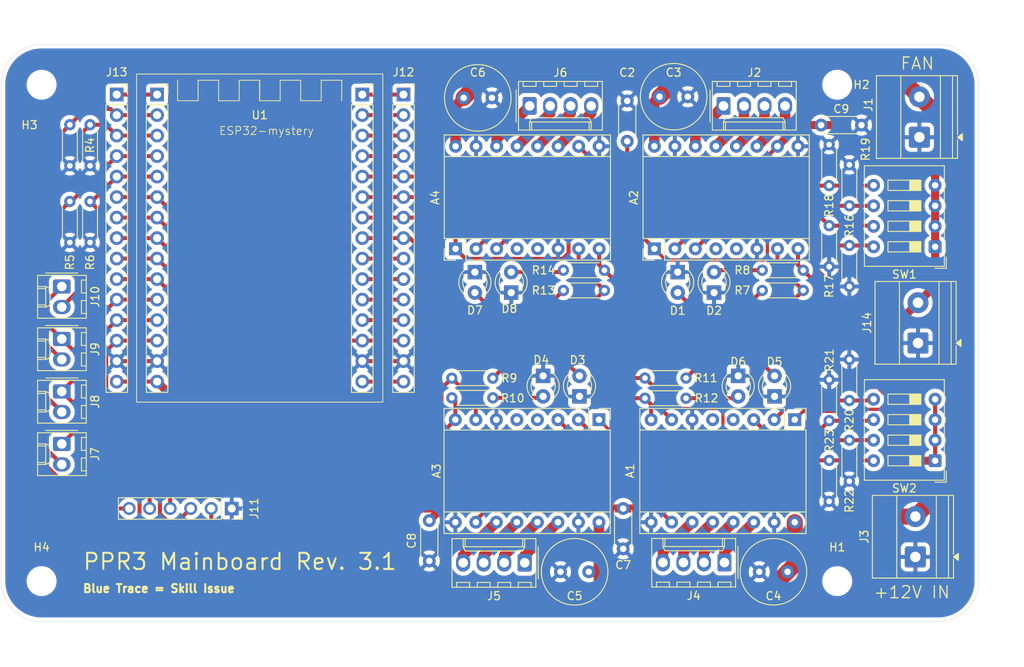
<source format=kicad_pcb>
(kicad_pcb (version 20241229) (generator "pcbnew") (generator_version "9.0")
  (layers (0 "F.Cu" signal) (2 "B.Cu" signal) (13 "F.Paste" user) (15 "B.Paste" user) (5 "F.SilkS" user "F.Silkscreen") (7 "B.SilkS" user "B.Silkscreen") (1 "F.Mask" user) (3 "B.Mask" user) (25 "Edge.Cuts" user))
  (net 0 "")
  (net 1 "GND")
  (net 2 "+12V")
  (net 3 "ENABLE_N")
  (net 4 "+3.3V")
  (net 5 "MY0_STEP")
  (net 6 "Net-(A1-MS1)")
  (net 7 "Net-(A1-1A)")
  (net 8 "MY0_DIR")
  (net 11 "Net-(D1-A)")
  (net 12 "Net-(D2-A)")
  (net 13 "Net-(J10-Pin_2)")
  (net 14 "Net-(A1-1B)")
  (net 15 "Net-(A1-2A)")
  (net 16 "Net-(A1-2B)")
  (net 17 "MY1_DIR")
  (net 19 "Net-(A2-2B)")
  (net 20 "Net-(A2-1A)")
  (net 21 "Net-(A2-MS1)")
  (net 22 "MY1_STEP")
  (net 24 "Net-(A2-2A)")
  (net 25 "Net-(A2-1B)")
  (net 26 "Net-(A2-MS2)")
  (net 27 "Net-(A3-1A)")
  (net 28 "Net-(A3-2A)")
  (net 30 "MX_DIR")
  (net 31 "Net-(A3-1B)")
  (net 32 "MX_STEP")
  (net 34 "Net-(A3-2B)")
  (net 36 "Net-(A4-MS2)")
  (net 37 "Net-(A4-1A)")
  (net 38 "MZ_STEP")
  (net 39 "Net-(A4-MS1)")
  (net 40 "Net-(A4-2A)")
  (net 41 "Net-(A4-1B)")
  (net 42 "Net-(A4-2B)")
  (net 44 "MZ_DIR")
  (net 45 "Net-(D3-A)")
  (net 46 "Net-(D4-A)")
  (net 47 "Net-(D5-A)")
  (net 48 "Net-(D6-A)")
  (net 49 "Net-(D7-A)")
  (net 50 "Net-(D8-A)")
  (net 51 "Net-(J13-Pin_2)")
  (net 52 "Net-(J13-Pin_4)")
  (net 53 "Net-(J13-Pin_3)")
  (net 54 "Net-(J12-Pin_1)")
  (net 55 "Net-(J12-Pin_12)")
  (net 56 "SD_CS")
  (net 57 "Net-(J12-Pin_10)")
  (net 58 "Net-(J12-Pin_11)")
  (net 59 "SD_MOSI")
  (net 60 "Net-(J12-Pin_3)")
  (net 61 "Net-(J12-Pin_4)")
  (net 62 "Net-(J12-Pin_2)")
  (net 63 "Net-(J12-Pin_15)")
  (net 64 "Net-(J12-Pin_9)")
  (net 65 "Net-(J13-Pin_1)")
  (net 66 "SD_MISO")
  (net 67 "SD_CLK")
  (net 68 "Net-(A1-MS2)")
  (net 69 "Net-(A3-MS1)")
  (net 70 "Net-(A3-MS2)")
  (footprint "MountingHole:MountingHole_3.2mm_M3" (layer "F.Cu") (at 108 106.5)
    (property "Reference" "H4")
    (property "Value" "MountingHole")
  )
  (footprint "LED_THT:LED_D3.0mm" (layer "F.Cu") (at 161.64 68.215 -90)
    (property "Reference" "D7")
    (property "Value" "LED")
  )
  (footprint "Resistor_THT:R_Axial_DIN0204_L3.6mm_D1.6mm_P5.08mm_Horizontal" (layer "F.Cu") (at 205.5 52.42 -90)
    (property "Reference" "R18")
    (property "Value" "R22k")
  )
  (footprint "Resistor_THT:R_Axial_DIN0204_L3.6mm_D1.6mm_P5.08mm_Horizontal" (layer "F.Cu") (at 208 84.12 90)
    (property "Reference" "R20")
    (property "Value" "R22k")
  )
  (footprint "Resistor_THT:R_Axial_DIN0204_L3.6mm_D1.6mm_P5.08mm_Horizontal" (layer "F.Cu") (at 208 64.92 -90)
    (property "Reference" "R16")
    (property "Value" "R22k")
  )
  (footprint "plotter:BTT TMC 2225 Footprint" (layer "F.Cu") (at 201.24 86.5 -90)
    (property "Reference" "A1")
    (property "Value" "BTT TMC22225")
  )
  (footprint "LED_THT:LED_D3.0mm" (layer "F.Cu") (at 194.24 81.07 -90)
    (property "Reference" "D6")
    (property "Value" "LED")
  )
  (footprint "Resistor_THT:R_Axial_DIN0204_L3.6mm_D1.6mm_P5.08mm_Horizontal" (layer "F.Cu") (at 163.868664 83.793616 180)
    (property "Reference" "R10")
    (property "Value" "150")
  )
  (footprint "LED_THT:LED_D3.0mm" (layer "F.Cu") (at 191.25 70.755 90)
    (property "Reference" "D2")
    (property "Value" "LED")
  )
  (footprint "Resistor_THT:R_Axial_DIN0204_L3.6mm_D1.6mm_P5.08mm_Horizontal" (layer "F.Cu") (at 205.5 62.46 -90)
    (property "Reference" "R17")
    (property "Value" "R22k")
  )
  (footprint "Resistor_THT:R_Axial_DIN0204_L3.6mm_D1.6mm_P5.08mm_Horizontal" (layer "F.Cu") (at 197.21 67.985)
    (property "Reference" "R8")
    (property "Value" "150")
  )
  (footprint "Button_Switch_THT:SW_DIP_SPSTx04_Slide_9.78x12.34mm_W7.62mm_P2.54mm" (layer "F.Cu") (at 218.62 65.08 180)
    (property "Reference" "SW1")
    (property "Value" "SW_DIP_x04")
  )
  (footprint "Resistor_THT:R_Axial_DIN0204_L3.6mm_D1.6mm_P5.08mm_Horizontal" (layer "F.Cu") (at 172.6 67.985)
    (property "Reference" "R14")
    (property "Value" "150")
  )
  (footprint "LED_THT:LED_D3.0mm" (layer "F.Cu") (at 186.75 68.215 -90)
    (property "Reference" "D1")
    (property "Value" "LED")
  )
  (footprint "TerminalBlock_Phoenix:TerminalBlock_Phoenix_MKDS-1,5-2_1x02_P5.00mm_Horizontal" (layer "F.Cu") (at 216.1725 103.5 90)
    (property "Reference" "J3")
    (property "Value" "Fan Screw Terminal")
  )
  (footprint "Connector_Molex:Molex_KK-254_AE-6410-02A_1x02_P2.54mm_Vertical" (layer "F.Cu") (at 110.5 83 -90)
    (property "Reference" "J8")
    (property "Value" "Molex_01x02_Socket")
  )
  (footprint "LED_THT:LED_D3.0mm" (layer "F.Cu") (at 198.74 83.61 90)
    (property "Reference" "D5")
    (property "Value" "LED")
  )
  (footprint "Connector_PinSocket_2.54mm:PinSocket_1x15_P2.54mm_Vertical" (layer "F.Cu") (at 117.3 46.22)
    (property "Reference" "J13")
    (property "Value" "Conn_01x15_Socket")
  )
  (footprint "Capacitor_THT:C_Disc_D4.3mm_W1.9mm_P5.00mm" (layer "F.Cu") (at 156 104 90)
    (property "Reference" "C8")
    (property "Value" "C_Small")
  )
  (footprint "Connector_Molex:Molex_KK-254_AE-6410-02A_1x02_P2.54mm_Vertical" (layer "F.Cu") (at 110.5 76.5 -90)
    (property "Reference" "J9")
    (property "Value" "Molex_01x02_Socket")
  )
  (footprint "LED_THT:LED_D3.0mm" (layer "F.Cu") (at 174.59 83.61 90)
    (property "Reference" "D3")
    (property "Value" "LED")
  )
  (footprint "Resistor_THT:R_Axial_DIN0204_L3.6mm_D1.6mm_P5.08mm_Horizontal" (layer "F.Cu") (at 172.6 70.485)
    (property "Reference" "R13")
    (property "Value" "150")
  )
  (footprint "LED_THT:LED_D3.0mm" (layer "F.Cu") (at 166.14 70.755 90)
    (property "Reference" "D8")
    (property "Value" "LED")
  )
  (footprint "Capacitor_THT:C_Radial_D8.0mm_H11.5mm_P3.50mm" (layer "F.Cu") (at 200.35 105.34 180)
    (property "Reference" "C4")
    (property "Value" "100uF")
  )
  (footprint "Capacitor_THT:C_Radial_D8.0mm_H11.5mm_P3.50mm" (layer "F.Cu") (at 160.25 46.625)
    (property "Reference" "C6")
    (property "Value" "100uF")
  )
  (footprint "Capacitor_THT:C_Disc_D4.3mm_W1.9mm_P5.00mm" (layer "F.Cu") (at 180.5 47 -90)
    (property "Reference" "C2")
    (property "Value" "C_Small")
  )
  (footprint "LED_THT:LED_D3.0mm" (layer "F.Cu") (at 170.09 81.07 -90)
    (property "Reference" "D4")
    (property "Value" "LED")
  )
  (footprint "Resistor_THT:R_Axial_DIN0204_L3.6mm_D1.6mm_P5.08mm_Horizontal" (layer "F.Cu") (at 187.78 83.84 180)
    (property "Reference" "R12")
    (property "Value" "150")
  )
  (footprint "Connector_Molex:Molex_KK-254_AE-6410-04A_1x04_P2.54mm_Vertical" (layer "F.Cu") (at 167.81 104.227001 180)
    (property "Reference" "J5")
    (property "Value" "Molex_01x04_Header")
  )
  (footprint "Connector_Molex:Molex_KK-254_AE-6410-02A_1x02_P2.54mm_Vertical" (layer "F.Cu") (at 110.5 70 -90)
    (property "Reference" "J10")
    (property "Value" "Molex_01x02_Socket")
  )
  (footprint "plotter:BTT TMC 2225 Footprint" (layer "F.Cu") (at 159.25 65.325 90)
    (property "Reference" "A4")
    (property "Value" "BTT TMC22225")
  )
  (footprint "Button_Switch_THT:SW_DIP_SPSTx04_Slide_9.78x12.34mm_W7.62mm_P2.54mm" (layer "F.Cu") (at 218.62 91.58 180)
    (property "Reference" "SW2")
    (property "Value" "SW_DIP_x04")
  )
  (footprint "Resistor_THT:R_Axial_DIN0204_L3.6mm_D1.6mm_P5.08mm_Horizontal" (layer "F.Cu") (at 187.78 81.34 180)
    (property "Reference" "R11")
    (property "Value" "150")
  )
  (footprint "plotter:esp32-mystery-footprint" (layer "F.Cu") (at 135 46.22)
    (property "Reference" "U1")
    (property "Value" "~" (hide yes))
  )
  (footprint "Connector_Molex:Molex_KK-254_AE-6410-04A_1x04_P2.54mm_Vertical" (layer "F.Cu") (at 168.42 47.625)
    (property "Reference" "J6")
    (property "Value" "Molex_01x04_Header")
  )
  (footprint "Connector_Molex:Molex_KK-254_AE-6410-02A_1x02_P2.54mm_Vertical" (layer "F.Cu") (at 110.5 89.5 -90)
    (property "Reference" "J7")
    (property "Value" "Molex_01x02_Socket")
  )
  (footprint "Capacitor_THT:C_Disc_D4.3mm_W1.9mm_P5.00mm" (layer "F.Cu") (at 209.5 50 180)
    (property "Reference" "C9")
    (property "Value" "C_Small")
  )
  (footprint "plotter:BTT TMC 2225 Footprint" (layer "F.Cu") (at 183.86 65.325 90)
    (property "Reference" "A2")
    (property "Value" "BTT TMC22225")
  )
  (footprint "Connector_PinSocket_2.54mm:PinSocket_1x15_P2.54mm_Vertical" (layer "F.Cu") (at 152.8 46.22)
    (property "Reference" "J12")
    (property "Value" "Conn_01x15_Socket")
  )
  (footprint "Resistor_THT:R_Axial_DIN0204_L3.6mm_D1.6mm_P5.08mm_Horizontal" (layer "F.Cu") (at 208 54.92 -90)
    (property "Reference" "R19")
    (property "Value" "R22k")
  )
  (footprint "Resistor_THT:R_Axial_DIN0204_L3.6mm_D1.6mm_P5.08mm_Horizontal" (layer "F.Cu") (at 111.5 55.04 90)
    (property "Reference" "R3" (hide yes))
    (property "Value" "R22k")
  )
  (footprint "Resistor_THT:R_Axial_DIN0204_L3.6mm_D1.6mm_P5.08mm_Horizontal" (layer "F.Cu") (at 205.5 86.62 90)
    (property "Reference" "R21")
    (property "Value" "R22k")
  )
  (footprint "Connector_Molex:Molex_KK-254_AE-6410-04A_1x04_P2.54mm_Vertical" (layer "F.Cu") (at 192.54 104.2 180)
    (property "Reference" "J4")
    (property "Value" "Molex_01x04_Header")
  )
  (footprint "Resistor_THT:R_Axial_DIN0204_L3.6mm_D1.6mm_P5.08mm_Horizontal" (layer "F.Cu") (at 163.865164 81.354252 180)
    (property "Reference" "R9")
    (property "Value" "150")
  )
  (footprint "MountingHole:MountingHole_3.2mm_M3" (layer "F.Cu") (at 206.5 45)
    (property "Reference" "H2")
    (property "Value" "MountingHole")
  )
  (footprint "Resistor_THT:R_Axial_DIN0204_L3.6mm_D1.6mm_P5.08mm_Horizontal" (layer "F.Cu") (at 197.21 70.485)
    (property "Reference" "R7")
    (property "Value" "150")
  )
  (footprint "Connector_PinSocket_2.54mm:PinSocket_1x06_P2.54mm_Vertical" (layer "F.Cu") (at 131.54 97.5 -90)
    (property "Reference" "J11")
    (property "Value" "Conn_01x06_Socket")
  )
  (footprint "MountingHole:MountingHole_3.2mm_M3" (layer "F.Cu") (at 108 45)
    (property "Reference" "H3")
    (property "Value" "MountingHole")
  )
  (footprint "Connector_Molex:Molex_KK-254_AE-6410-04A_1x04_P2.54mm_Vertical" (layer "F.Cu") (at 192.42 47.625)
    (property "Reference" "J2")
    (property "Value" "Molex_01x04_Header")
  )
  (footprint "Resistor_THT:R_Axial_DIN0204_L3.6mm_D1.6mm_P5.08mm_Horizontal" (layer "F.Cu") (at 205.5 96.62 90)
    (property "Reference" "R23")
    (property "Value" "R22k")
  )
  (footprint "Capacitor_THT:C_Radial_D8.0mm_H11.5mm_P3.50mm" (layer "F.Cu") (at 184.5 46.485)
    (property "Reference" "C3")
    (property "Value" "100uF")
  )
  (footprint "Resistor_THT:R_Axial_DIN0204_L3.6mm_D1.6mm_P5.08mm_Horizontal" (layer "F.Cu") (at 114 55.04 90)
    (property "Reference" "R4")
    (property "Value" "R22k")
  )
  (footprint "Resistor_THT:R_Axial_DIN0204_L3.6mm_D1.6mm_P5.08mm_Horizontal" (layer "F.Cu") (at 111.5 64.54 90)
    (property "Reference" "R5")
    (property "Value" "R22k")
  )
  (footprint "Resistor_THT:R_Axial_DIN0204_L3.6mm_D1.6mm_P5.08mm_Horizontal" (layer "F.Cu") (at 208 94.12 90)
    (property "Reference" "R22")
    (property "Value" "R22k")
  )
  (footprint "Capacitor_THT:C_Radial_D8.0mm_H11.5mm_P3.50mm" (layer "F.Cu") (at 175.74 105.34 180)
    (property "Reference" "C5")
    (property "Value" "100uF")
  )
  (footprint "Capacitor_THT:C_Disc_D4.3mm_W1.9mm_P5.00mm" (layer "F.Cu") (at 180 102.5 90)
    (property "Reference" "C7")
    (property "Value" "C_Small")
  )
  (footprint "TerminalBlock_Phoenix:TerminalBlock_Phoenix_MKDS-1,5-2_1x02_P5.00mm_Horizontal" (layer "F.Cu") (at 216.5 77 90)
    (property "Reference" "J14")
    (property "Value" "+3.3V Power Input")
  )
  (footprint "MountingHole:MountingHole_3.2mm_M3" (layer "F.Cu") (at 206.5 106.5)
    (property "Reference" "H1")
    (property "Value" "MountingHole")
  )
  (footprint "plotter:BTT TMC 2225 Footprint" (layer "F.Cu") (at 177 86.5 -90)
    (property "Reference" "A3")
    (property "Value" "BTT TMC22225")
  )
  (footprint "TerminalBlock_Phoenix:TerminalBlock_Phoenix_MKDS-1,5-2_1x02_P5.00mm_Horizontal" (layer "F.Cu") (at 216.6725 51.5 90)
    (property "Reference" "J1")
    (property "Value" "12V Power Input")
  )
  (footprint "Resistor_THT:R_Axial_DIN0204_L3.6mm_D1.6mm_P5.08mm_Horizontal" (layer "F.Cu") (at 114 64.54 90)
    (property "Reference" "R6")
    (property "Value" "R22k")
  )
  (gr_line (start 219 111.5) (end 108 111.5) (stroke (width 0.05)) (layer "Edge.Cuts"))
  (gr_arc (start 103 45) (mid 104.464466 41.464466) (end 108 40) (stroke (width 0.05)) (layer "Edge.Cuts"))
  (gr_line (start 224 45) (end 224 106.5) (stroke (width 0.05)) (layer "Edge.Cuts"))
  (gr_line (start 108 40) (end 219 40) (stroke (width 0.05)) (layer "Edge.Cuts"))
  (gr_line (start 103 106.5) (end 103 45) (stroke (width 0.05)) (layer "Edge.Cuts"))
  (gr_arc (start 108 111.5) (mid 104.464466 110.035534) (end 103 106.5) (stroke (width 0.05)) (layer "Edge.Cuts"))
  (gr_arc (start 224 106.5) (mid 222.535534 110.035534) (end 219 111.5) (stroke (width 0.05)) (layer "Edge.Cuts"))
  (gr_arc (start 219 40) (mid 222.535534 41.464466) (end 224 45) (stroke (width 0.05)) (layer "Edge.Cuts"))
  (gr_text "PPR3 Mainboard Rev. 3.1" (at 113 105.25 0) (layer "F.SilkS") (effects (font (size 2 2) (thickness 0.25)) (justify left bottom)))
  (gr_text "Blue Trace = Skill Issue" (at 113 108 0) (layer "F.SilkS") (effects (font (size 1 1) (thickness 0.25)) (justify left bottom)))
  (gr_text "FAN" (at 214.25 43.25 0) (layer "F.SilkS") (effects (font (size 1.5 1.5)) (justify left bottom)))
  (gr_text "+12V IN " (at 210.923443 108.75 0) (layer "F.SilkS") (effects (font (size 1.5 1.5)) (justify left bottom)))
  (segment (start 147.7 79.24) (end 152.8 79.24) (width 0.5) (layer "F.Cu") (net 1))
  (segment (start 117.3 79.24) (end 122.3 79.24) (width 0.5) (layer "F.Cu") (net 1))
  (segment (start 216.6725 46.5) (end 212.1725 42) (width 2) (layer "F.Cu") (net 2))
  (segment (start 204.69 101) (end 200.35 105.34) (width 2) (layer "F.Cu") (net 2))
  (segment (start 177 106.6) (end 178.4 108) (width 1.3) (layer "F.Cu") (net 2))
  (segment (start 159.25 52.625) (end 159.25 47.625) (width 1.3) (layer "F.Cu") (net 2))
  (segment (start 216.6725 46.5) (end 222 51.8275) (width 2) (layer "F.Cu") (net 2))
  (segment (start 160.25 46.625) (end 163.375 43.5) (width 2) (layer "F.Cu") (net 2))
  (segment (start 216.1725 98.5) (end 212.5 98.5) (width 2) (layer "F.Cu") (net 2))
  (segment (start 210 101) (end 204.69 101) (width 2) (layer "F.Cu") (net 2))
  (segment (start 183.86 52.625) (end 183.86 47.125) (width 1.3) (layer "F.Cu") (net 2))
  (segment (start 222 51.8275) (end 222 92.6725) (width 2) (layer "F.Cu") (net 2))
  (segment (start 175.74 105.34) (end 176.66 105.34) (width 1.3) (layer "F.Cu") (net 2))
  (segment (start 159.25 47.625) (end 160.25 46.625) (width 1.3) (layer "F.Cu") (net 2))
  (segment (start 177 99.2) (end 177 105) (width 1.3) (layer "F.Cu") (net 2))
  (segment (start 188.985 42) (end 184.5 46.485) (width 2) (layer "F.Cu") (net 2))
  (segment (start 183.86 47.125) (end 184.5 46.485) (width 1.3) (layer "F.Cu") (net 2))
  (segment (start 187.485 43.5) (end 188.985 42) (width 2) (layer "F.Cu") (net 2))
  (segment (start 212.1725 42) (end 188.985 42) (width 2) (layer "F.Cu") (net 2))
  (segment (start 222 92.6725) (end 216.1725 98.5) (width 2) (layer "F.Cu") (net 2))
  (segment (start 176.66 105.34) (end 177 105) (width 1.3) (layer "F.Cu") (net 2))
  (segment (start 163.375 43.5) (end 187.485 43.5) (width 2) (layer "F.Cu") (net 2))
  (segment (start 201.24 99.2) (end 201.24 104.45) (width 2) (layer "F.Cu") (net 2))
  (segment (start 178.4 108) (end 197.69 108) (width 2) (layer "F.Cu") (net 2))
  (segment (start 177 105) (end 177 106.6) (width 1.3) (layer "F.Cu") (net 2))
  (segment (start 201.24 104.45) (end 200.35 105.34) (width 1) (layer "F.Cu") (net 2))
  (segment (start 212.5 98.5) (end 210 101) (width 2) (layer "F.Cu") (net 2))
  (segment (start 197.69 108) (end 200.35 105.34) (width 2) (layer "F.Cu") (net 2))
  (segment (start 204 65.457909) (end 204 67.851818) (width 0.4) (layer "F.Cu") (net 3))
  (segment (start 192.35168 85.35168) (end 192.35168 87.64832) (width 0.4) (layer "F.Cu") (net 3))
  (segment (start 205 68.851818) (end 205 78.5) (width 0.4) (layer "F.Cu") (net 3))
  (segment (start 212.5 83.5) (end 211.5 82.5) (width 0.4) (layer "F.Cu") (net 3))
  (segment (start 212.5 84.5) (end 212.5 83.5) (width 0.4) (layer "F.Cu") (net 3))
  (segment (start 211.789 85.211) (end 212.5 84.5) (width 0.4) (layer "F.Cu") (net 3))
  (segment (start 159.25 60.83) (end 154.8 56.38) (width 0.5) (layer "F.Cu") (net 3))
  (segment (start 192 88) (end 178.5 88) (width 0.4) (layer "F.Cu") (net 3))
  (segment (start 185.244273 66.709273) (end 197.386818 66.709273) (width 0.4) (layer "F.Cu") (net 3))
  (segment (start 159.25 65.325) (end 160.501 66.576) (width 0.5) (layer "F.Cu") (net 3))
  (segment (start 192.118859 85.118859) (end 192.35168 85.35168) (width 0.4) (layer "F.Cu") (net 3))
  (segment (start 174.272909 63) (end 181.535 63) (width 0.5) (layer "F.Cu") (net 3))
  (segment (start 173.239 64.033909) (end 174.272909 63) (width 0.5) (layer "F.Cu") (net 3))
  (segment (start 181.535 63) (end 183.86 65.325) (width 0.5) (layer "F.Cu") (net 3))
  (segment (start 186 80.99612) (end 186 84) (width 0.4) (layer "F.Cu") (net 3))
  (segment (start 187.118859 85.118859) (end 192.118859 85.118859) (width 0.4) (layer "F.Cu") (net 3))
  (segment (start 147.7 56.38) (end 152.8 56.38) (width 0.5) (layer "F.Cu") (net 3))
  (segment (start 209 82.5) (end 205 78.5) (width 0.4) (layer "F.Cu") (net 3))
  (segment (start 209.5 85.211) (end 211.789 85.211) (width 0.4) (layer "F.Cu") (net 3))
  (segment (start 202.042091 63.5) (end 204 65.457909) (width 0.4) (layer "F.Cu") (net 3))
  (segment (start 201.24 86.5) (end 202.271 85.469) (width 0.4) (layer "F.Cu") (net 3))
  (segment (start 197.386818 66.709273) (end 197.849 66.247091) (width 0.4) (layer "F.Cu") (net 3))
  (segment (start 209.242 85.469) (end 209.5 85.211) (width 0.4) (layer "F.Cu") (net 3))
  (segment (start 160.501 66.576) (end 172.506182 66.576) (width 0.5) (layer "F.Cu") (net 3))
  (segment (start 197.849 64.478909) (end 198.827909 63.5) (width 0.4) (layer "F.Cu") (net 3))
  (segment (start 202.271 85.469) (end 209.242 85.469) (width 0.4) (layer "F.Cu") (net 3))
  (segment (start 183.86 65.325) (end 185.244273 66.709273) (width 0.4) (layer "F.Cu") (net 3))
  (segment (start 204 67.851818) (end 205 68.851818) (width 0.4) (layer "F.Cu") (net 3))
  (segment (start 211.5 82.5) (end 209 82.5) (width 0.4) (layer "F.Cu") (net 3))
  (segment (start 192.35168 87.64832) (end 192 88) (width 0.4) (layer "F.Cu") (net 3))
  (segment (start 188.49612 78.5) (end 186 80.99612) (width 0.4) (layer "F.Cu") (net 3))
  (segment (start 197.849 66.247091) (end 197.849 64.478909) (width 0.4) (layer "F.Cu") (net 3))
  (segment (start 205 78.5) (end 188.49612 78.5) (width 0.4) (layer "F.Cu") (net 3))
  (segment (start 173.239 65.843182) (end 173.239 64.033909) (width 0.5) (layer "F.Cu") (net 3))
  (segment (start 154.8 56.38) (end 152.8 56.38) (width 0.5) (layer "F.Cu") (net 3))
  (segment (start 159.25 65.325) (end 159.25 60.83) (width 0.5) (layer "F.Cu") (net 3))
  (segment (start 172.506182 66.576) (end 173.239 65.843182) (width 0.5) (layer "F.Cu") (net 3))
  (segment (start 159.155 65.42) (end 159.25 65.325) (width 0.5) (layer "F.Cu") (net 3))
  (segment (start 198.827909 63.5) (end 202.042091 63.5) (width 0.4) (layer "F.Cu") (net 3))
  (segment (start 178.5 88) (end 177 86.5) (width 0.4) (layer "F.Cu") (net 3))
  (segment (start 186 84) (end 187.118859 85.118859) (width 0.4) (layer "F.Cu") (net 3))
  (segment (start 215.42 91.58) (end 213.5 93.5) (width 1) (layer "F.Cu") (net 4))
  (segment (start 157.5 97.5) (end 138.02 97.5) (width 1) (layer "F.Cu") (net 4))
  (segment (start 203.61 98.5) (end 208.5 98.5) (width 1) (layer "F.Cu") (net 4))
  (segment (start 110.5 89.5) (end 113 87) (width 0.5) (layer "F.Cu") (net 4))
  (segment (start 181.515 55.5) (end 180.5 55.5) (width 0.5) (layer "F.Cu") (net 4))
  (segment (start 206.5 50) (end 204.5 50) (width 1) (layer "F.Cu") (net 4))
  (segment (start 130 100) (end 135.52 100) (width 0.5) (layer "F.Cu") (net 4))
  (segment (start 108.75 74.75) (end 110.5 76.5) (width 0.5) (layer "F.Cu") (net 4))
  (segment (start 157.5 97.5) (end 156 99) (width 1) (layer "F.Cu") (net 4))
  (segment (start 217.87 55.485) (end 211.985 55.485) (width 1) (layer "F.Cu") (net 4))
  (segment (start 161.54 99.2) (end 163.24 97.5) (width 0.5) (layer "F.Cu") (net 4))
  (segment (start 218.62 91.58) (end 215.42 91.58) (width 1) (layer "F.Cu") (net 4))
  (segment (start 113 87) (end 120.129 94.129) (width 0.5) (layer "F.Cu") (net 4))
  (segment (start 135.52 100) (end 138.02 97.5) (width 0.5) (layer "F.Cu") (net 4))
  (segment (start 174.49 52.625) (end 177.365 55.5) (width 0.5) (layer "F.Cu") (net 4))
  (segment (start 211.985 55.485) (end 206.5 50) (width 1) (layer "F.Cu") (net 4))
  (segment (start 129 97.5) (end 129 99) (width 0.5) (layer "F.Cu") (net 4))
  (segment (start 214 74.5) (end 216.5 72) (width 1) (layer "F.Cu") (net 4))
  (segment (start 218.62 57.46) (end 218.62 56.235) (width 1) (layer "F.Cu") (net 4))
  (segment (start 204.5 50) (end 201.725 50) (width 1) (layer "F.Cu") (net 4))
  (segment (start 113 85.5) (end 110.5 83) (width 0.5) (layer "F.Cu") (net 4))
  (segment (start 208.5 98.5) (end 213.5 93.5) (width 1) (layer "F.Cu") (net 4))
  (segment (start 112.5 81) (end 110.5 83) (width 0.5) (layer "F.Cu") (net 4))
  (segment (start 218.62 69.88) (end 216.5 72) (width 1) (layer "F.Cu") (net 4))
  (segment (start 163.5 97.5) (end 184.3 97.5) (width 1) (layer "F.Cu") (net 4))
  (segment (start 108.75 71.75) (end 108.75 74.75) (width 0.5) (layer "F.Cu") (net 4))
  (segment (start 117.3 81.78) (end 122.3 81.78) (width 0.5) (layer "F.Cu") (net 4))
  (segment (start 218.62 91.58) (end 218.62 83.96) (width 0.5) (layer "F.Cu") (net 4))
  (segment (start 113 87) (end 113 85.5) (width 0.5) (layer "F.Cu") (net 4))
  (segment (start 196.225 55.5) (end 199.1 52.625) (width 0.5) (layer "F.Cu") (net 4))
  (segment (start 218.62 65.08) (end 218.62 69.88) (width 1) (layer "F.Cu") (net 4))
  (segment (start 214 93) (end 214 74.5) (width 1) (layer "F.Cu") (net 4))
  (segment (start 218.62 57.46) (end 218.62 65.08) (width 1) (layer "F.Cu") (net 4))
  (segment (start 112.5 78.5) (end 112.5 81) (width 0.5) (layer "F.Cu") (net 4))
  (segment (start 184.3 97.5) (end 186 99.2) (width 0.5) (layer "F.Cu") (net 4))
  (segment (start 120.129 94.129) (end 120.129 98.879) (width 0.5) (layer "F.Cu") (net 4))
  (segment (start 213.5 93.5) (end 214 93) (width 1) (layer "F.Cu") (net 4))
  (segment (start 120.129 98.879) (end 121.25 100) (width 0.5) (layer "F.Cu") (net 4))
  (segment (start 201.61 96.5) (end 203.61 98.5) (width 1) (layer "F.Cu") (net 4))
  (segment (start 185.3 96.5) (end 201.61 96.5) (width 1) (layer "F.Cu") (net 4))
  (segment (start 110.5 70) (end 108.75 71.75) (width 0.5) (layer "F.Cu") (net 4))
  (segment (start 201.725 50) (end 199.1 52.625) (width 1) (layer "F.Cu") (net 4))
  (segment (start 163.24 97.5) (end 163.5 97.5) (width 0.5) (layer "F.Cu") (net 4))
  (segment (start 177.365 55.5) (end 180.5 55.5) (width 0.5) (layer "F.Cu") (net 4))
  (segment (start 184.3 97.5) (end 185.3 96.5) (width 1) (layer "F.Cu") (net 4))
  (segment (start 180.5 52) (end 180.5 55.5) (width 0.5) (layer "F.Cu") (net 4))
  (segment (start 138.02 97.5) (end 122.3 81.78) (width 1) (layer "F.Cu") (net 4))
  (segment (start 218.62 56.235) (end 217.87 55.485) (width 1) (layer "F.Cu") (net 4))
  (segment (start 129 99) (end 130 100) (width 0.5) (layer "F.Cu") (net 4))
  (segment (start 181.515 55.5) (end 196.225 55.5) (width 0.5) (layer "F.Cu") (net 4))
  (segment (start 121.25 100) (end 130 100) (width 0.5) (layer "F.Cu") (net 4))
  (segment (start 163.5 97.5) (end 157.5 97.5) (width 1) (layer "F.Cu") (net 4))
  (segment (start 110.5 76.5) (end 112.5 78.5) (width 0.5) (layer "F.Cu") (net 4))
  (segment (start 155.5 70.491364) (end 160.508636 75.5) (width 0.5) (layer "F.Cu") (net 5))
  (segment (start 153.6 64) (end 155.5 65.9) (width 0.5) (layer "F.Cu") (net 5))
  (segment (start 202.29 70.485) (end 199.1 67.295) (width 0.5) (layer "F.Cu") (net 5))
  (segment (start 197.275 75.5) (end 202.29 70.485) (width 0.5) (layer "F.Cu") (net 5))
  (segment (start 155.5 65.9) (end 155.5 70.491364) (width 0.5) (layer "F.Cu") (net 5))
  (segment (start 152.8 64) (end 153.6 64) (width 0.5) (layer "F.Cu") (net 5))
  (segment (start 160.508636 75.5) (end 197.275 75.5) (width 0.5) (layer "F.Cu") (net 5))
  (segment (start 199.1 67.295) (end 199.1 65.325) (width 0.5) (layer "F.Cu") (net 5))
  (segment (start 152.8 64) (end 147.7 64) (width 0.5) (layer "F.Cu") (net 5))
  (segment (start 198.7 86.5) (end 201.08 84.12) (width 0.5) (layer "F.Cu") (net 6))
  (segment (start 201.08 84.12) (end 208 84.12) (width 0.5) (layer "F.Cu") (net 6))
  (segment (start 208 84.12) (end 210.84 84.12) (width 0.5) (layer "F.Cu") (net 6))
  (segment (start 210.84 84.12) (end 211 83.96) (width 0.5) (layer "F.Cu") (net 6))
  (segment (start 190 104.2) (end 190 102.82) (width 1.3) (layer "F.Cu") (net 7))
  (segment (start 190 102.82) (end 193.62 99.2) (width 1.3) (layer "F.Cu") (net 7))
  (segment (start 193.62 99.2) (end 193.503156 99.2) (width 1) (layer "F.Cu") (net 7))
  (segment (start 199.25 76.485) (end 158.015 76.485) (width 0.5) (layer "F.Cu") (net 8))
  (segment (start 158.015 76.485) (end 154.5 80) (width 0.5) (layer "F.Cu") (net 8))
  (segment (start 154 84) (end 147.38 84) (width 0.5) (layer "F.Cu") (net 8))
  (segment (start 154.5 83.5) (end 154 84) (width 0.5) (layer "F.Cu") (net 8))
  (segment (start 203.75 71.985) (end 199.25 76.485) (width 0.5) (layer "F.Cu") (net 8))
  (segment (start 203.75 69.445) (end 203.75 71.985) (width 0.5) (layer "F.Cu") (net 8))
  (segment (start 154.5 80) (end 154.5 83.5) (width 0.5) (layer "F.Cu") (net 8))
  (segment (start 202.29 67.985) (end 203.75 69.445) (width 0.5) (layer "F.Cu") (net 8))
  (segment (start 147.38 84) (end 122.3 58.92) (width 0.5) (layer "F.Cu") (net 8))
  (segment (start 122.3 58.92) (end 117.3 58.92) (width 0.5) (layer "F.Cu") (net 8))
  (segment (start 201.64 67.335) (end 202.29 67.985) (width 0.5) (layer "F.Cu") (net 8))
  (segment (start 201.64 65.325) (end 201.64 67.335) (width 0.5) (layer "F.Cu") (net 8))
  (segment (start 188.48 72.485) (end 186.75 70.755) (width 0.5) (layer "F.Cu") (net 11))
  (segment (start 195.21 72.485) (end 188.48 72.485) (width 0.5) (layer "F.Cu") (net 11))
  (segment (start 197.21 70.485) (end 195.21 72.485) (width 0.5) (layer "F.Cu") (net 11))
  (segment (start 191.48 67.985) (end 191.25 68.215) (width 0.5) (layer "F.Cu") (net 12))
  (segment (start 197.21 67.985) (end 191.48 67.985) (width 0.5) (layer "F.Cu") (net 12))
  (segment (start 110.5 72.54) (end 115.5 67.54) (width 0.5) (layer "F.Cu") (net 13))
  (segment (start 117.3 56.38) (end 122.3 56.38) (width 0.5) (layer "F.Cu") (net 13))
  (segment (start 114.22 59.46) (end 117.3 56.38) (width 0.5) (layer "F.Cu") (net 13))
  (segment (start 114 59.46) (end 114.22 59.46) (width 0.5) (layer "F.Cu") (net 13))
  (segment (start 115.5 67.54) (end 115.5 60.96) (width 0.5) (layer "F.Cu") (net 13))
  (segment (start 115.5 60.96) (end 114 59.46) (width 0.5) (layer "F.Cu") (net 13))
  (segment (start 187.46 102.82) (end 191.08 99.2) (width 1.3) (layer "F.Cu") (net 14))
  (segment (start 187.46 104.2) (end 187.46 102.82) (width 1.3) (layer "F.Cu") (net 14))
  (segment (start 191.08 99.2) (end 191.08 99.36) (width 1) (layer "F.Cu") (net 14))
  (segment (start 192.54 104.2) (end 192.54 102.82) (width 1.3) (layer "F.Cu") (net 15))
  (segment (start 192.54 102.82) (end 196.16 99.2) (width 1.3) (layer "F.Cu") (net 15))
  (segment (start 184.92 104.2) (end 184.92 102.82) (width 1.3) (layer "F.Cu") (net 16))
  (segment (start 184.92 102.82) (end 188.54 99.2) (width 1.3) (layer "F.Cu") (net 16))
  (segment (start 188.54 99.2) (end 188.54 99.36) (width 1) (layer "F.Cu") (net 16))
  (segment (start 183.46 84.6) (end 182.7 83.84) (width 0.5) (layer "F.Cu") (net 17))
  (segment (start 144.3 86) (end 122.3 64) (width 0.5) (layer "F.Cu") (net 17))
  (segment (start 182.7 83.84) (end 181.09 83.84) (width 0.5) (layer "F.Cu") (net 17))
  (segment (start 181.09 83.84) (end 175.605 78.355) (width 0.5) (layer "F.Cu") (net 17))
  (segment (start 122.3 64) (end 117.3 64) (width 0.5) (layer "F.Cu") (net 17))
  (segment (start 175.605 78.355) (end 158.99 78.355) (width 0.5) (layer "F.Cu") (net 17))
  (segment (start 183.46 86.5) (end 183.46 84.6) (width 0.5) (layer "F.Cu") (net 17))
  (segment (start 156.5 84.5) (end 155 86) (width 0.5) (layer "F.Cu") (net 17))
  (segment (start 155 86) (end 144.3 86) (width 0.5) (layer "F.Cu") (net 17))
  (segment (start 156.5 80.845) (end 156.5 84.5) (width 0.5) (layer "F.Cu") (net 17))
  (segment (start 158.99 78.355) (end 156.5 80.845) (width 0.5) (layer "F.Cu") (net 17))
  (segment (start 196.56 52.625) (end 200.04 49.145) (width 1.3) (layer "F.Cu") (net 19))
  (segment (start 200.04 49.145) (end 200.04 47.625) (width 1.3) (layer "F.Cu") (net 19))
  (segment (start 196.56 52.625) (end 196.56 52.44) (width 1) (layer "F.Cu") (net 19))
  (segment (start 191.48 52.625) (end 191.48 52.52) (width 1) (layer "F.Cu") (net 20))
  (segment (start 191.48 52.625) (end 191.556844 52.625) (width 1) (layer "F.Cu") (net 20))
  (segment (start 194.96 49.145) (end 194.96 47.625) (width 1.3) (layer "F.Cu") (net 20))
  (segment (start 191.48 52.625) (end 194.96 49.145) (width 1.3) (layer "F.Cu") (net 20))
  (segment (start 210.92 62.46) (end 211 62.54) (width 0.5) (layer "F.Cu") (net 21))
  (segment (start 186.4 65.325) (end 190.225 61.5) (width 0.5) (layer "F.Cu") (net 21))
  (segment (start 204.54 61.5) (end 205.5 62.46) (width 0.5) (layer "F.Cu") (net 21))
  (segment (start 205.5 62.46) (end 210.92 62.46) (width 0.5) (layer "F.Cu") (net 21))
  (segment (start 190.225 61.5) (end 204.54 61.5) (width 0.5) (layer "F.Cu") (net 21))
  (segment (start 117.3 61.46) (end 122.3 61.46) (width 0.5) (layer "F.Cu") (net 22))
  (segment (start 184.5 83.14) (end 184.5 85) (width 0.5) (layer "F.Cu") (net 22))
  (segment (start 158.49 77.355) (end 155.5 80.345) (width 0.5) (layer "F.Cu") (net 22))
  (segment (start 154.5 85) (end 145.84 85) (width 0.5) (layer "F.Cu") (net 22))
  (segment (start 177.105 77.355) (end 158.49 77.355) (width 0.5) (layer "F.Cu") (net 22))
  (segment (start 182.7 81.34) (end 184.5 83.14) (width 0.5) (layer "F.Cu") (net 22))
  (segment (start 186 86.5) (end 184.5 85) (width 0.5) (layer "F.Cu") (net 22))
  (segment (start 181.09 81.34) (end 177.105 77.355) (width 0.5) (layer "F.Cu") (net 22))
  (segment (start 155.5 84) (end 154.5 85) (width 0.5) (layer "F.Cu") (net 22))
  (segment (start 155.5 80.345) (end 155.5 84) (width 0.5) (layer "F.Cu") (net 22))
  (segment (start 181.09 81.34) (end 182.7 81.34) (width 0.5) (layer "F.Cu") (net 22))
  (segment (start 145.84 85) (end 122.3 61.46) (width 0.5) (layer "F.Cu") (net 22))
  (segment (start 188.94 51.105) (end 192.42 47.625) (width 1.3) (layer "F.Cu") (net 24))
  (segment (start 188.94 52.625) (end 188.94 51.105) (width 1.3) (layer "F.Cu") (net 24))
  (segment (start 194.02 52.625) (end 194.02 52.4275) (width 1) (layer "F.Cu") (net 25))
  (segment (start 194.02 52.625) (end 197.5 49.145) (width 1.3) (layer "F.Cu") (net 25))
  (segment (start 197.5 49.145) (end 197.5 47.625) (width 1.3) (layer "F.Cu") (net 25))
  (segment (start 188.94 65.325) (end 191.765 62.5) (width 0.5) (layer "F.Cu") (net 26))
  (segment (start 191.765 62.5) (end 202.5 62.5) (width 0.5) (layer "F.Cu") (net 26))
  (segment (start 210.84 64.92) (end 211 65.08) (width 0.5) (layer "F.Cu") (net 26))
  (segment (start 202.5 62.5) (end 204.92 64.92) (width 0.5) (layer "F.Cu") (net 26))
  (segment (start 204.92 64.92) (end 208 64.92) (width 0.5) (layer "F.Cu") (net 26))
  (segment (start 208 64.92) (end 210.84 64.92) (width 0.5) (layer "F.Cu") (net 26))
  (segment (start 165.27 103.31) (end 169.38 99.2) (width 1.3) (layer "F.Cu") (net 27))
  (segment (start 165.27 104.227001) (end 165.27 103.31) (width 1.3) (layer "F.Cu") (net 27))
  (segment (start 169.3 99.2) (end 169.38 99.2) (width 1) (layer "F.Cu") (net 27))
  (segment (start 167.81 103.31) (end 171.92 99.2) (width 1.3) (layer "F.Cu") (net 28))
  (segment (start 167.81 104.227001) (end 167.81 103.31) (width 1.3) (layer "F.Cu") (net 28))
  (segment (start 157.72 88) (end 141.22 88) (width 0.5) (layer "F.Cu") (net 30))
  (segment (start 159.22 86.5) (end 157.72 88) (width 0.5) (layer "F.Cu") (net 30))
  (segment (start 122.3 69.08) (end 117.3 69.08) (width 0.5) (layer "F.Cu") (net 30))
  (segment (start 159.22 84.224952) (end 158.788664 83.793616) (width 0.5) (layer "F.Cu") (net 30))
  (segment (start 141.22 88) (end 122.3 69.08) (width 0.5) (layer "F.Cu") (net 30))
  (segment (start 159.22 86.5) (end 159.22 84.224952) (width 0.5) (layer "F.Cu") (net 30))
  (segment (start 162.73 104.227001) (end 162.73 103.31) (width 1.3) (layer "F.Cu") (net 31))
  (segment (start 162.73 103.31) (end 166.84 99.2) (width 1.3) (layer "F.Cu") (net 31))
  (segment (start 158.785164 81.354252) (end 157.5 82.639416) (width 0.5) (layer "F.Cu") (net 32))
  (segment (start 155.5 87) (end 142.76 87) (width 0.5) (layer "F.Cu") (net 32))
  (segment (start 157.5 85) (end 155.5 87) (width 0.5) (layer "F.Cu") (net 32))
  (segment (start 161.76 86.5) (end 161.76 84.329088) (width 0.5) (layer "F.Cu") (net 32))
  (segment (start 161.76 84.329088) (end 158.785164 81.354252) (width 0.5) (layer "F.Cu") (net 32))
  (segment (start 142.76 87) (end 122.3 66.54) (width 0.5) (layer "F.Cu") (net 32))
  (segment (start 117.3 66.54) (end 122.3 66.54) (width 0.5) (layer "F.Cu") (net 32))
  (segment (start 157.5 82.639416) (end 157.5 85) (width 0.5) (layer "F.Cu") (net 32))
  (segment (start 160.19 103.31) (end 164.3 99.2) (width 1.3) (layer "F.Cu") (net 34))
  (segment (start 160.19 104.227001) (end 160.19 103.31) (width 1.3) (layer "F.Cu") (net 34))
  (segment (start 169.655 60) (end 208 60) (width 0.5) (layer "F.Cu") (net 36))
  (segment (start 164.33 65.325) (end 169.655 60) (width 0.5) (layer "F.Cu") (net 36))
  (segment (start 208 60) (end 211 60) (width 0.5) (layer "F.Cu") (net 36))
  (segment (start 170.96 48.535) (end 170.96 47.625) (width 1.3) (layer "F.Cu") (net 37))
  (segment (start 166.946844 52.625) (end 166.87 52.625) (width 1) (layer "F.Cu") (net 37))
  (segment (start 166.87 52.625) (end 170.96 48.535) (width 1.3) (layer "F.Cu") (net 37))
  (segment (start 157.5 61.62) (end 154.8 58.92) (width 0.5) (layer "F.Cu") (net 38))
  (segment (start 157.5 69.5) (end 157.5 61.62) (width 0.5) (layer "F.Cu") (net 38))
  (segment (start 154.8 58.92) (end 152.8 58.92) (width 0.5) (layer "F.Cu") (net 38))
  (segment (start 152.8 58.92) (end 147.7 58.92) (width 0.5) (layer "F.Cu") (net 38))
  (segment (start 161.485 73.485) (end 157.5 69.5) (width 0.5) (layer "F.Cu") (net 38))
  (segment (start 174.68 73.485) (end 161.485 73.485) (width 0.5) (layer "F.Cu") (net 38))
  (segment (start 174.49 67.295) (end 177.68 70.485) (width 0.5) (layer "F.Cu") (net 38))
  (segment (start 174.49 65.325) (end 174.49 67.295) (width 0.5) (layer "F.Cu") (net 38))
  (segment (start 177.68 70.485) (end 174.68 73.485) (width 0.5) (layer "F.Cu") (net 38))
  (segment (start 210.96 57.5) (end 211 57.46) (width 0.5) (layer "F.Cu") (net 39))
  (segment (start 205.5 57.5) (end 169.615 57.5) (width 0.5) (layer "F.Cu") (net 39))
  (segment (start 169.615 57.5) (end 161.79 65.325) (width 0.5) (layer "F.Cu") (net 39))
  (segment (start 205.5 57.5) (end 210.96 57.5) (width 0.5) (layer "F.Cu") (net 39))
  (segment (start 164.33 51.715) (end 168.42 47.625) (width 1.3) (layer "F.Cu") (net 40))
  (segment (start 164.33 52.625) (end 164.33 51.715) (width 1.3) (layer "F.Cu") (net 40))
  (segment (start 173.5 48.535) (end 173.5 47.625) (width 1.3) (layer "F.Cu") (net 41))
  (segment (start 169.41 52.625) (end 169.41 52.425) (width 1) (layer "F.Cu") (net 41))
  (segment (start 169.41 52.625) (end 173.5 48.535) (width 1.3) (layer "F.Cu") (net 41))
  (segment (start 176.04 48.535) (end 176.04 47.625) (width 1.3) (layer "F.Cu") (net 42))
  (segment (start 171.95 52.625) (end 176.04 48.535) (width 1.3) (layer "F.Cu") (net 42))
  (segment (start 171.95 52.625) (end 171.95 52.425) (width 1) (layer "F.Cu") (net 42))
  (segment (start 156.5 70) (end 156.5 63.16) (width 0.5) (layer "F.Cu") (net 44))
  (segment (start 147.7 61.46) (end 152.8 61.46) (width 0.5) (layer "F.Cu") (net 44))
  (segment (start 156.5 63.16) (end 154.8 61.46) (width 0.5) (layer "F.Cu") (net 44))
  (segment (start 177.68 67.985) (end 179.14 69.445) (width 0.5) (layer "F.Cu") (net 44))
  (segment (start 177.03 67.335) (end 177.68 67.985) (width 0.5) (layer "F.Cu") (net 44))
  (segment (start 179.14 69.445) (end 179.14 71.56888) (width 0.5) (layer "F.Cu") (net 44))
  (segment (start 176.22388 74.485) (end 160.985 74.485) (width 0.5) (layer "F.Cu") (net 44))
  (segment (start 160.985 74.485) (end 156.5 70) (width 0.5) (layer "F.Cu") (net 44))
  (segment (start 177.03 65.325) (end 177.03 67.335) (width 0.5) (layer "F.Cu") (net 44))
  (segment (start 154.8 61.46) (end 152.8 61.46) (width 0.5) (layer "F.Cu") (net 44))
  (segment (start 179.14 71.56888) (end 176.22388 74.485) (width 0.5) (layer "F.Cu") (net 44))
  (segment (start 165.879416 79.34) (end 163.865164 81.354252) (width 0.5) (layer "F.Cu") (net 45))
  (segment (start 172.86 79.34) (end 165.879416 79.34) (width 0.5) (layer "F.Cu") (net 45))
  (segment (start 174.59 81.07) (end 172.86 79.34) (width 0.5) (layer "F.Cu") (net 45))
  (segment (start 163.868664 83.793616) (end 169.906384 83.793616) (width 0.5) (layer "F.Cu") (net 46))
  (segment (start 169.446384 83.793616) (end 169.63 83.61) (width 0.5) (layer "F.Cu") (net 46))
  (segment (start 197.01 79.34) (end 189.78 79.34) (width 0.5) (layer "F.Cu") (net 47))
  (segment (start 198.74 81.07) (end 197.01 79.34) (width 0.5) (layer "F.Cu") (net 47))
  (segment (start 189.78 79.34) (end 187.78 81.34) (width 0.5) (layer "F.Cu") (net 47))
  (segment (start 187.78 83.84) (end 194.01 83.84) (width 0.5) (layer "F.Cu") (net 48))
  (segment (start 194.01 83.84) (end 194.24 83.61) (width 0.5) (layer "F.Cu") (net 48))
  (segment (start 170.6 72.485) (end 172.6 70.485) (width 0.5) (layer "F.Cu") (net 49))
  (segment (start 163.37 72.485) (end 170.6 72.485) (width 0.5) (layer "F.Cu") (net 49))
  (segment (start 161.64 70.755) (end 163.37 72.485) (width 0.5) (layer "F.Cu") (net 49))
  (segment (start 172.37 68.215) (end 172.6 67.985) (width 0.5) (layer "F.Cu") (net 50))
  (segment (start 166.14 68.215) (end 172.37 68.215) (width 0.5) (layer "F.Cu") (net 50))
  (segment (start 105.799 87.339) (end 110.5 92.04) (width 0.5) (layer "F.Cu") (net 51))
  (segment (start 111.5 49.96) (end 105.799 55.661) (width 0.5) (layer "F.Cu") (net 51))
  (segment (start 111.5 49.96) (end 113.46 48) (width 0.5) (layer "F.Cu") (net 51))
  (segment (start 113.46 48) (end 116.54 48) (width 0.5) (layer "F.Cu") (net 51))
  (segment (start 116.54 48) (end 117.3 48.76) (width 0.5) (layer "F.Cu") (net 51))
  (segment (start 122.3 48.76) (end 117.3 48.76) (width 0.5) (layer "F.Cu") (net 51))
  (segment (start 105.799 55.661) (end 105.799 87.339) (width 0.5) (layer "F.Cu") (net 51))
  (segment (start 111.68 59.46) (end 111.5 59.46) (width 0.5) (layer "F.Cu") (net 52))
  (segment (start 107.75 63.21) (end 111.5 59.46) (width 0.5) (layer "F.Cu") (net 52))
  (segment (start 122.3 53.84) (end 117.3 53.84) (width 0.5) (layer "F.Cu") (net 52))
  (segment (start 110.5 79.04) (end 107.75 76.29) (width 0.5) (layer "F.Cu") (net 52))
  (segment (start 107.75 76.29) (end 107.75 63.21) (width 0.5) (layer "F.Cu") (net 52))
  (segment (start 117.3 53.84) (end 111.68 59.46) (width 0.5) (layer "F.Cu") (net 52))
  (segment (start 115.96 49.96) (end 117.3 51.3) (width 0.5) (layer "F.Cu") (net 53))
  (segment (start 106.75 81.79) (end 110.5 85.54) (width 0.5) (layer "F.Cu") (net 53))
  (segment (start 114 49.96) (end 115.96 49.96) (width 0.5) (layer "F.Cu") (net 53))
  (segment (start 117.3 51.3) (end 117.3 51.7) (width 0.5) (layer "F.Cu") (net 53))
  (segment (start 117.3 51.3) (end 122.3 51.3) (width 0.5) (layer "F.Cu") (net 53))
  (segment (start 114 49.96) (end 106.75 57.21) (width 0.5) (layer "F.Cu") (net 53))
  (segment (start 106.75 57.21) (end 106.75 81.79) (width 0.5) (layer "F.Cu") (net 53))
  (segment (start 147.7 46.22) (end 152.8 46.22) (width 0.5) (layer "F.Cu") (net 54))
  (segment (start 152.8 74.16) (end 147.7 74.16) (width 0.5) (layer "F.Cu") (net 55))
  (segment (start 114.5 44.5) (end 123.5 44.5) (width 0.5) (layer "F.Cu") (net 56))
  (segment (start 123.5 44.5) (end 124 45) (width 0.5) (layer "F.Cu") (net 56))
  (segment (start 142.7 76.7) (end 147.7 76.7) (width 0.5) (layer "F.Cu") (net 56))
  (segment (start 113.866824 97.5) (end 104.75 88.383176) (width 0.5) (layer "F.Cu") (net 56))
  (segment (start 124 58) (end 142.7 76.7) (width 0.5) (layer "F.Cu") (net 56))
  (segment (start 104.75 54.25) (end 114.5 44.5) (width 0.5) (layer "F.Cu") (net 56))
  (segment (start 124 45) (end 124 58) (width 0.5) (layer "F.Cu") (net 56))
  (segment (start 118.84 97.5) (end 113.866824 97.5) (width 0.5) (layer "F.Cu") (net 56))
  (segment (start 147.7 76.7) (end 152.8 76.7) (width 0.5) (layer "F.Cu") (net 56))
  (segment (start 104.75 88.383176) (end 104.75 54.25) (width 0.5) (layer "F.Cu") (net 56))
  (segment (start 152.8 69.08) (end 147.7 69.08) (width 0.5) (layer "F.Cu") (net 57))
  (segment (start 147.7 71.62) (end 152.8 71.62) (width 0.5) (layer "F.Cu") (net 58))
  (segment (start 123.92 91.92) (end 123.92 97.5) (width 0.5) (layer "F.Cu") (net 59))
  (segment (start 116 84) (end 123.92 91.92) (width 0.5) (layer "F.Cu") (net 59))
  (segment (start 117.3 76.7) (end 122.3 76.7) (width 0.5) (layer "F.Cu") (net 59))
  (segment (start 122.3 76.8) (end 122.3 76.7) (width 0.5) (layer "F.Cu") (net 59))
  (segment (start 117.3 76.7) (end 116 78) (width 0.5) (layer "F.Cu") (net 59))
  (segment (start 116 78) (end 116 84) (width 0.5) (layer "F.Cu") (net 59))
  (segment (start 147.7 51.3) (end 152.8 51.3) (width 0.5) (layer "F.Cu") (net 60))
  (segment (start 152.8 53.84) (end 147.7 53.84) (width 0.5) (layer "F.Cu") (net 61))
  (segment (start 152.8 48.76) (end 147.7 48.76) (width 0.5) (layer "F.Cu") (net 62))
  (segment (start 147.7 81.78) (end 152.8 81.78) (width 0.5) (layer "F.Cu") (net 63))
  (segment (start 147.7 66.54) (end 152.8 66.54) (width 0.5) (layer "F.Cu") (net 64))
  (segment (start 117.3 46.22) (end 122.3 46.22) (width 0.5) (layer "F.Cu") (net 65))
  (segment (start 123.5 99) (end 124.96 99) (width 0.5) (layer "F.Cu") (net 66))
  (segment (start 117.3 74.16) (end 122.3 74.16) (width 0.5) (layer "F.Cu") (net 66))
  (segment (start 122.3 74.16) (end 122.3 74.3) (width 0.5) (layer "F.Cu") (net 66))
  (segment (start 115 84.5) (end 122.650811 92.150811) (width 0.5) (layer "F.Cu") (net 66))
  (segment (start 122.650811 98.150811) (end 123.5 99) (width 0.5) (layer "F.Cu") (net 66))
  (segment (start 117.3 74.16) (end 115 76.46) (width 0.5) (layer "F.Cu") (net 66))
  (segment (start 115 76.46) (end 115 84.5) (width 0.5) (layer "F.Cu") (net 66))
  (segment (start 124.96 99) (end 126.46 97.5) (width 0.5) (layer "F.Cu") (net 66))
  (segment (start 122.650811 92.150811) (end 122.650811 98.150811) (width 0.5) (layer "F.Cu") (net 66))
  (segment (start 121.38 92.38) (end 121.38 97.5) (width 0.5) (layer "F.Cu") (net 67))
  (segment (start 114 85) (end 121.38 92.38) (width 0.5) (layer "F.Cu") (net 67))
  (segment (start 114 74.92) (end 114 85) (width 0.5) (layer "F.Cu") (net 67))
  (segment (start 117.3 71.62) (end 122.3 71.62) (width 0.5) (layer "F.Cu") (net 67))
  (segment (start 117.3 71.62) (end 114 74.92) (width 0.5) (layer "F.Cu") (net 67))
  (segment (start 196.16 86.5) (end 197.776396 88.116396) (width 0.5) (layer "F.Cu") (net 68))
  (segment (start 204.003604 88.116396) (end 205.5 86.62) (width 0.5) (layer "F.Cu") (net 68))
  (segment (start 197.776396 88.116396) (end 204.003604 88.116396) (width 0.5) (layer "F.Cu") (net 68))
  (segment (start 210.88 86.62) (end 211 86.5) (width 0.5) (layer "F.Cu") (net 68))
  (segment (start 205.5 86.62) (end 210.88 86.62) (width 0.5) (layer "F.Cu") (net 68))
  (segment (start 177 89.04) (end 208 89.04) (width 0.5) (layer "F.Cu") (net 69))
  (segment (start 174.46 86.5) (end 177 89.04) (width 0.5) (layer "F.Cu") (net 69))
  (segment (start 208 89.04) (end 211 89.04) (width 0.5) (layer "F.Cu") (net 69))
  (segment (start 171.92 86.5) (end 176.96 91.54) (width 0.5) (layer "F.Cu") (net 70))
  (segment (start 210.96 91.54) (end 211 91.58) (width 0.5) (layer "F.Cu") (net 70))
  (segment (start 176.96 91.54) (end 205.5 91.54) (width 0.5) (layer "F.Cu") (net 70))
  (segment (start 205.5 91.54) (end 210.96 91.54) (width 0.5) (layer "F.Cu") (net 70))
  (zone (net 1) (net_name "GND") (layer "B.Cu") (connect_pads (clearance 0.5)) (min_thickness 0.25) (fill yes (thermal_gap 0.5) (thermal_bridge_width 0.5))
    (polygon (pts (xy 103 40) (xy 224 40) (xy 224 111.5) (xy 103 111.5)))
  )
)
</source>
